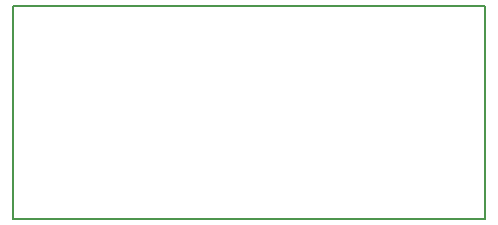
<source format=gbr>
G04 #@! TF.GenerationSoftware,KiCad,Pcbnew,(5.1.0)-1*
G04 #@! TF.CreationDate,2019-05-18T16:03:49-06:00*
G04 #@! TF.ProjectId,Tension,54656e73-696f-46e2-9e6b-696361645f70,rev?*
G04 #@! TF.SameCoordinates,Original*
G04 #@! TF.FileFunction,Profile,NP*
%FSLAX46Y46*%
G04 Gerber Fmt 4.6, Leading zero omitted, Abs format (unit mm)*
G04 Created by KiCad (PCBNEW (5.1.0)-1) date 2019-05-18 16:03:49*
%MOMM*%
%LPD*%
G04 APERTURE LIST*
%ADD10C,0.150000*%
G04 APERTURE END LIST*
D10*
X180000000Y-59500000D02*
X140000000Y-59500000D01*
X180000000Y-77500000D02*
X180000000Y-59500000D01*
X140000000Y-77500000D02*
X180000000Y-77500000D01*
X140000000Y-59500000D02*
X140000000Y-77500000D01*
M02*

</source>
